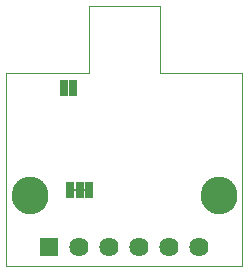
<source format=gbs>
G75*
%MOIN*%
%OFA0B0*%
%FSLAX25Y25*%
%IPPOS*%
%LPD*%
%AMOC8*
5,1,8,0,0,1.08239X$1,22.5*
%
%ADD10C,0.00100*%
%ADD11C,0.00000*%
%ADD12C,0.12211*%
%ADD13R,0.06400X0.06400*%
%ADD14C,0.06400*%
%ADD15R,0.02900X0.05400*%
%ADD16C,0.00800*%
D10*
X0011938Y0001701D02*
X0011938Y0066268D01*
X0039498Y0066268D01*
X0039498Y0088315D01*
X0063120Y0088315D01*
X0063120Y0066268D01*
X0090679Y0066268D01*
X0090679Y0001701D01*
X0011938Y0001701D01*
D11*
X0013906Y0025323D02*
X0013908Y0025476D01*
X0013914Y0025630D01*
X0013924Y0025783D01*
X0013938Y0025935D01*
X0013956Y0026088D01*
X0013978Y0026239D01*
X0014003Y0026390D01*
X0014033Y0026541D01*
X0014067Y0026691D01*
X0014104Y0026839D01*
X0014145Y0026987D01*
X0014190Y0027133D01*
X0014239Y0027279D01*
X0014292Y0027423D01*
X0014348Y0027565D01*
X0014408Y0027706D01*
X0014472Y0027846D01*
X0014539Y0027984D01*
X0014610Y0028120D01*
X0014685Y0028254D01*
X0014762Y0028386D01*
X0014844Y0028516D01*
X0014928Y0028644D01*
X0015016Y0028770D01*
X0015107Y0028893D01*
X0015201Y0029014D01*
X0015299Y0029132D01*
X0015399Y0029248D01*
X0015503Y0029361D01*
X0015609Y0029472D01*
X0015718Y0029580D01*
X0015830Y0029685D01*
X0015944Y0029786D01*
X0016062Y0029885D01*
X0016181Y0029981D01*
X0016303Y0030074D01*
X0016428Y0030163D01*
X0016555Y0030250D01*
X0016684Y0030332D01*
X0016815Y0030412D01*
X0016948Y0030488D01*
X0017083Y0030561D01*
X0017220Y0030630D01*
X0017359Y0030695D01*
X0017499Y0030757D01*
X0017641Y0030815D01*
X0017784Y0030870D01*
X0017929Y0030921D01*
X0018075Y0030968D01*
X0018222Y0031011D01*
X0018370Y0031050D01*
X0018519Y0031086D01*
X0018669Y0031117D01*
X0018820Y0031145D01*
X0018971Y0031169D01*
X0019124Y0031189D01*
X0019276Y0031205D01*
X0019429Y0031217D01*
X0019582Y0031225D01*
X0019735Y0031229D01*
X0019889Y0031229D01*
X0020042Y0031225D01*
X0020195Y0031217D01*
X0020348Y0031205D01*
X0020500Y0031189D01*
X0020653Y0031169D01*
X0020804Y0031145D01*
X0020955Y0031117D01*
X0021105Y0031086D01*
X0021254Y0031050D01*
X0021402Y0031011D01*
X0021549Y0030968D01*
X0021695Y0030921D01*
X0021840Y0030870D01*
X0021983Y0030815D01*
X0022125Y0030757D01*
X0022265Y0030695D01*
X0022404Y0030630D01*
X0022541Y0030561D01*
X0022676Y0030488D01*
X0022809Y0030412D01*
X0022940Y0030332D01*
X0023069Y0030250D01*
X0023196Y0030163D01*
X0023321Y0030074D01*
X0023443Y0029981D01*
X0023562Y0029885D01*
X0023680Y0029786D01*
X0023794Y0029685D01*
X0023906Y0029580D01*
X0024015Y0029472D01*
X0024121Y0029361D01*
X0024225Y0029248D01*
X0024325Y0029132D01*
X0024423Y0029014D01*
X0024517Y0028893D01*
X0024608Y0028770D01*
X0024696Y0028644D01*
X0024780Y0028516D01*
X0024862Y0028386D01*
X0024939Y0028254D01*
X0025014Y0028120D01*
X0025085Y0027984D01*
X0025152Y0027846D01*
X0025216Y0027706D01*
X0025276Y0027565D01*
X0025332Y0027423D01*
X0025385Y0027279D01*
X0025434Y0027133D01*
X0025479Y0026987D01*
X0025520Y0026839D01*
X0025557Y0026691D01*
X0025591Y0026541D01*
X0025621Y0026390D01*
X0025646Y0026239D01*
X0025668Y0026088D01*
X0025686Y0025935D01*
X0025700Y0025783D01*
X0025710Y0025630D01*
X0025716Y0025476D01*
X0025718Y0025323D01*
X0025716Y0025170D01*
X0025710Y0025016D01*
X0025700Y0024863D01*
X0025686Y0024711D01*
X0025668Y0024558D01*
X0025646Y0024407D01*
X0025621Y0024256D01*
X0025591Y0024105D01*
X0025557Y0023955D01*
X0025520Y0023807D01*
X0025479Y0023659D01*
X0025434Y0023513D01*
X0025385Y0023367D01*
X0025332Y0023223D01*
X0025276Y0023081D01*
X0025216Y0022940D01*
X0025152Y0022800D01*
X0025085Y0022662D01*
X0025014Y0022526D01*
X0024939Y0022392D01*
X0024862Y0022260D01*
X0024780Y0022130D01*
X0024696Y0022002D01*
X0024608Y0021876D01*
X0024517Y0021753D01*
X0024423Y0021632D01*
X0024325Y0021514D01*
X0024225Y0021398D01*
X0024121Y0021285D01*
X0024015Y0021174D01*
X0023906Y0021066D01*
X0023794Y0020961D01*
X0023680Y0020860D01*
X0023562Y0020761D01*
X0023443Y0020665D01*
X0023321Y0020572D01*
X0023196Y0020483D01*
X0023069Y0020396D01*
X0022940Y0020314D01*
X0022809Y0020234D01*
X0022676Y0020158D01*
X0022541Y0020085D01*
X0022404Y0020016D01*
X0022265Y0019951D01*
X0022125Y0019889D01*
X0021983Y0019831D01*
X0021840Y0019776D01*
X0021695Y0019725D01*
X0021549Y0019678D01*
X0021402Y0019635D01*
X0021254Y0019596D01*
X0021105Y0019560D01*
X0020955Y0019529D01*
X0020804Y0019501D01*
X0020653Y0019477D01*
X0020500Y0019457D01*
X0020348Y0019441D01*
X0020195Y0019429D01*
X0020042Y0019421D01*
X0019889Y0019417D01*
X0019735Y0019417D01*
X0019582Y0019421D01*
X0019429Y0019429D01*
X0019276Y0019441D01*
X0019124Y0019457D01*
X0018971Y0019477D01*
X0018820Y0019501D01*
X0018669Y0019529D01*
X0018519Y0019560D01*
X0018370Y0019596D01*
X0018222Y0019635D01*
X0018075Y0019678D01*
X0017929Y0019725D01*
X0017784Y0019776D01*
X0017641Y0019831D01*
X0017499Y0019889D01*
X0017359Y0019951D01*
X0017220Y0020016D01*
X0017083Y0020085D01*
X0016948Y0020158D01*
X0016815Y0020234D01*
X0016684Y0020314D01*
X0016555Y0020396D01*
X0016428Y0020483D01*
X0016303Y0020572D01*
X0016181Y0020665D01*
X0016062Y0020761D01*
X0015944Y0020860D01*
X0015830Y0020961D01*
X0015718Y0021066D01*
X0015609Y0021174D01*
X0015503Y0021285D01*
X0015399Y0021398D01*
X0015299Y0021514D01*
X0015201Y0021632D01*
X0015107Y0021753D01*
X0015016Y0021876D01*
X0014928Y0022002D01*
X0014844Y0022130D01*
X0014762Y0022260D01*
X0014685Y0022392D01*
X0014610Y0022526D01*
X0014539Y0022662D01*
X0014472Y0022800D01*
X0014408Y0022940D01*
X0014348Y0023081D01*
X0014292Y0023223D01*
X0014239Y0023367D01*
X0014190Y0023513D01*
X0014145Y0023659D01*
X0014104Y0023807D01*
X0014067Y0023955D01*
X0014033Y0024105D01*
X0014003Y0024256D01*
X0013978Y0024407D01*
X0013956Y0024558D01*
X0013938Y0024711D01*
X0013924Y0024863D01*
X0013914Y0025016D01*
X0013908Y0025170D01*
X0013906Y0025323D01*
X0076899Y0025323D02*
X0076901Y0025476D01*
X0076907Y0025630D01*
X0076917Y0025783D01*
X0076931Y0025935D01*
X0076949Y0026088D01*
X0076971Y0026239D01*
X0076996Y0026390D01*
X0077026Y0026541D01*
X0077060Y0026691D01*
X0077097Y0026839D01*
X0077138Y0026987D01*
X0077183Y0027133D01*
X0077232Y0027279D01*
X0077285Y0027423D01*
X0077341Y0027565D01*
X0077401Y0027706D01*
X0077465Y0027846D01*
X0077532Y0027984D01*
X0077603Y0028120D01*
X0077678Y0028254D01*
X0077755Y0028386D01*
X0077837Y0028516D01*
X0077921Y0028644D01*
X0078009Y0028770D01*
X0078100Y0028893D01*
X0078194Y0029014D01*
X0078292Y0029132D01*
X0078392Y0029248D01*
X0078496Y0029361D01*
X0078602Y0029472D01*
X0078711Y0029580D01*
X0078823Y0029685D01*
X0078937Y0029786D01*
X0079055Y0029885D01*
X0079174Y0029981D01*
X0079296Y0030074D01*
X0079421Y0030163D01*
X0079548Y0030250D01*
X0079677Y0030332D01*
X0079808Y0030412D01*
X0079941Y0030488D01*
X0080076Y0030561D01*
X0080213Y0030630D01*
X0080352Y0030695D01*
X0080492Y0030757D01*
X0080634Y0030815D01*
X0080777Y0030870D01*
X0080922Y0030921D01*
X0081068Y0030968D01*
X0081215Y0031011D01*
X0081363Y0031050D01*
X0081512Y0031086D01*
X0081662Y0031117D01*
X0081813Y0031145D01*
X0081964Y0031169D01*
X0082117Y0031189D01*
X0082269Y0031205D01*
X0082422Y0031217D01*
X0082575Y0031225D01*
X0082728Y0031229D01*
X0082882Y0031229D01*
X0083035Y0031225D01*
X0083188Y0031217D01*
X0083341Y0031205D01*
X0083493Y0031189D01*
X0083646Y0031169D01*
X0083797Y0031145D01*
X0083948Y0031117D01*
X0084098Y0031086D01*
X0084247Y0031050D01*
X0084395Y0031011D01*
X0084542Y0030968D01*
X0084688Y0030921D01*
X0084833Y0030870D01*
X0084976Y0030815D01*
X0085118Y0030757D01*
X0085258Y0030695D01*
X0085397Y0030630D01*
X0085534Y0030561D01*
X0085669Y0030488D01*
X0085802Y0030412D01*
X0085933Y0030332D01*
X0086062Y0030250D01*
X0086189Y0030163D01*
X0086314Y0030074D01*
X0086436Y0029981D01*
X0086555Y0029885D01*
X0086673Y0029786D01*
X0086787Y0029685D01*
X0086899Y0029580D01*
X0087008Y0029472D01*
X0087114Y0029361D01*
X0087218Y0029248D01*
X0087318Y0029132D01*
X0087416Y0029014D01*
X0087510Y0028893D01*
X0087601Y0028770D01*
X0087689Y0028644D01*
X0087773Y0028516D01*
X0087855Y0028386D01*
X0087932Y0028254D01*
X0088007Y0028120D01*
X0088078Y0027984D01*
X0088145Y0027846D01*
X0088209Y0027706D01*
X0088269Y0027565D01*
X0088325Y0027423D01*
X0088378Y0027279D01*
X0088427Y0027133D01*
X0088472Y0026987D01*
X0088513Y0026839D01*
X0088550Y0026691D01*
X0088584Y0026541D01*
X0088614Y0026390D01*
X0088639Y0026239D01*
X0088661Y0026088D01*
X0088679Y0025935D01*
X0088693Y0025783D01*
X0088703Y0025630D01*
X0088709Y0025476D01*
X0088711Y0025323D01*
X0088709Y0025170D01*
X0088703Y0025016D01*
X0088693Y0024863D01*
X0088679Y0024711D01*
X0088661Y0024558D01*
X0088639Y0024407D01*
X0088614Y0024256D01*
X0088584Y0024105D01*
X0088550Y0023955D01*
X0088513Y0023807D01*
X0088472Y0023659D01*
X0088427Y0023513D01*
X0088378Y0023367D01*
X0088325Y0023223D01*
X0088269Y0023081D01*
X0088209Y0022940D01*
X0088145Y0022800D01*
X0088078Y0022662D01*
X0088007Y0022526D01*
X0087932Y0022392D01*
X0087855Y0022260D01*
X0087773Y0022130D01*
X0087689Y0022002D01*
X0087601Y0021876D01*
X0087510Y0021753D01*
X0087416Y0021632D01*
X0087318Y0021514D01*
X0087218Y0021398D01*
X0087114Y0021285D01*
X0087008Y0021174D01*
X0086899Y0021066D01*
X0086787Y0020961D01*
X0086673Y0020860D01*
X0086555Y0020761D01*
X0086436Y0020665D01*
X0086314Y0020572D01*
X0086189Y0020483D01*
X0086062Y0020396D01*
X0085933Y0020314D01*
X0085802Y0020234D01*
X0085669Y0020158D01*
X0085534Y0020085D01*
X0085397Y0020016D01*
X0085258Y0019951D01*
X0085118Y0019889D01*
X0084976Y0019831D01*
X0084833Y0019776D01*
X0084688Y0019725D01*
X0084542Y0019678D01*
X0084395Y0019635D01*
X0084247Y0019596D01*
X0084098Y0019560D01*
X0083948Y0019529D01*
X0083797Y0019501D01*
X0083646Y0019477D01*
X0083493Y0019457D01*
X0083341Y0019441D01*
X0083188Y0019429D01*
X0083035Y0019421D01*
X0082882Y0019417D01*
X0082728Y0019417D01*
X0082575Y0019421D01*
X0082422Y0019429D01*
X0082269Y0019441D01*
X0082117Y0019457D01*
X0081964Y0019477D01*
X0081813Y0019501D01*
X0081662Y0019529D01*
X0081512Y0019560D01*
X0081363Y0019596D01*
X0081215Y0019635D01*
X0081068Y0019678D01*
X0080922Y0019725D01*
X0080777Y0019776D01*
X0080634Y0019831D01*
X0080492Y0019889D01*
X0080352Y0019951D01*
X0080213Y0020016D01*
X0080076Y0020085D01*
X0079941Y0020158D01*
X0079808Y0020234D01*
X0079677Y0020314D01*
X0079548Y0020396D01*
X0079421Y0020483D01*
X0079296Y0020572D01*
X0079174Y0020665D01*
X0079055Y0020761D01*
X0078937Y0020860D01*
X0078823Y0020961D01*
X0078711Y0021066D01*
X0078602Y0021174D01*
X0078496Y0021285D01*
X0078392Y0021398D01*
X0078292Y0021514D01*
X0078194Y0021632D01*
X0078100Y0021753D01*
X0078009Y0021876D01*
X0077921Y0022002D01*
X0077837Y0022130D01*
X0077755Y0022260D01*
X0077678Y0022392D01*
X0077603Y0022526D01*
X0077532Y0022662D01*
X0077465Y0022800D01*
X0077401Y0022940D01*
X0077341Y0023081D01*
X0077285Y0023223D01*
X0077232Y0023367D01*
X0077183Y0023513D01*
X0077138Y0023659D01*
X0077097Y0023807D01*
X0077060Y0023955D01*
X0077026Y0024105D01*
X0076996Y0024256D01*
X0076971Y0024407D01*
X0076949Y0024558D01*
X0076931Y0024711D01*
X0076917Y0024863D01*
X0076907Y0025016D01*
X0076901Y0025170D01*
X0076899Y0025323D01*
D12*
X0082805Y0025323D03*
X0019812Y0025323D03*
D13*
X0026309Y0008000D03*
D14*
X0036309Y0008000D03*
X0046309Y0008000D03*
X0056309Y0008000D03*
X0066309Y0008000D03*
X0076309Y0008000D03*
D15*
X0039738Y0027101D03*
X0036538Y0027101D03*
X0033338Y0027101D03*
X0034338Y0061201D03*
X0031138Y0061201D03*
D16*
X0033038Y0027101D02*
X0039938Y0027101D01*
M02*

</source>
